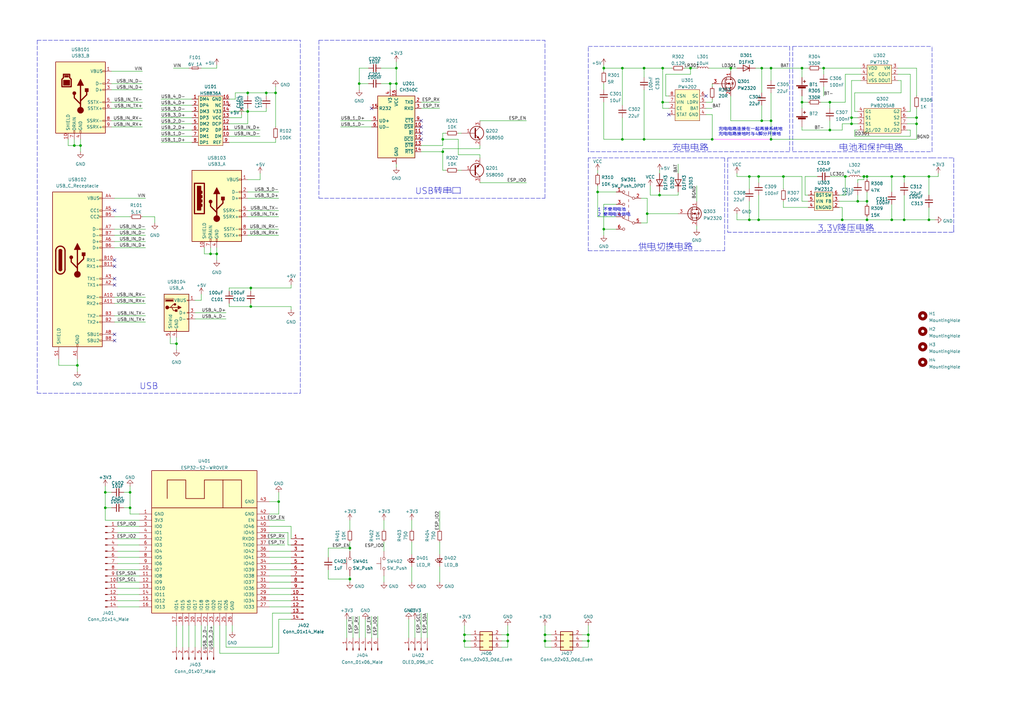
<source format=kicad_sch>
(kicad_sch (version 20211123) (generator eeschema)
  (paper "A3")
  (title_block (title "sbs2-board") (date "2021-12-29") (rev "v1.0") (company "u2sb"))
  (junction (at 247.65 27.94))
  (junction (at 271.78 41.91))
  (junction (at 241.3 260.35))
  (junction (at 349.25 48.26))
  (junction (at 312.42 49.53))
  (junction (at 53.34 208.28))
  (junction (at 340.36 53.34))
  (junction (at 381 72.39))
  (junction (at 190.5 260.35))
  (junction (at 147.32 34.29))
  (junction (at 102.87 118.11))
  (junction (at 337.82 27.94))
  (junction (at 365.76 72.39))
  (junction (at 162.56 34.29))
  (junction (at 102.87 125.73))
  (junction (at 264.16 57.15))
  (junction (at 101.6 45.72))
  (junction (at 321.31 72.39))
  (junction (at 365.76 90.17))
  (junction (at 30.48 59.69))
  (junction (at 351.79 82.55))
  (junction (at 283.21 27.94))
  (junction (at 311.15 90.17))
  (junction (at 86.36 104.14))
  (junction (at 160.02 34.29))
  (junction (at 316.23 49.53))
  (junction (at 88.9 104.14))
  (junction (at 349.25 50.8))
  (junction (at 33.02 59.69))
  (junction (at 208.28 262.89))
  (junction (at 328.93 27.94))
  (junction (at 346.71 72.39))
  (junction (at 43.18 208.28))
  (junction (at 316.23 57.15))
  (junction (at 223.52 262.89))
  (junction (at 245.11 78.74))
  (junction (at 381 90.17))
  (junction (at 328.93 41.91))
  (junction (at 190.5 262.89))
  (junction (at 354.33 72.39))
  (junction (at 375.92 48.26))
  (junction (at 312.42 27.94))
  (junction (at 101.6 38.1))
  (junction (at 355.6 82.55))
  (junction (at 264.16 27.94))
  (junction (at 143.51 237.49))
  (junction (at 375.92 50.8))
  (junction (at 43.18 201.93))
  (junction (at 340.36 41.91))
  (junction (at 72.39 140.97))
  (junction (at 311.15 72.39))
  (junction (at 53.34 201.93))
  (junction (at 181.61 57.15))
  (junction (at 31.75 149.86))
  (junction (at 316.23 27.94))
  (junction (at 355.6 72.39))
  (junction (at 292.1 57.15))
  (junction (at 247.65 93.98))
  (junction (at 270.51 80.01))
  (junction (at 299.72 27.94))
  (junction (at 181.61 62.23))
  (junction (at 355.6 90.17))
  (junction (at 109.22 38.1))
  (junction (at 345.44 90.17))
  (junction (at 370.84 90.17))
  (junction (at 255.27 57.15))
  (junction (at 162.56 27.94))
  (junction (at 370.84 72.39))
  (junction (at 114.3 205.74))
  (junction (at 241.3 262.89))
  (junction (at 307.34 90.17))
  (junction (at 113.03 38.1))
  (junction (at 265.43 87.63))
  (junction (at 143.51 224.79))
  (junction (at 307.34 72.39))
  (junction (at 255.27 27.94))
  (junction (at 271.78 27.94))
  (junction (at 223.52 260.35))
  (junction (at 208.28 260.35))
  (no_connect (at 274.32 46.99))
  (no_connect (at 172.72 49.53))
  (no_connect (at 172.72 52.07))
  (no_connect (at 46.99 86.36))
  (no_connect (at 152.4 44.45))
  (no_connect (at 289.56 39.37))
  (no_connect (at 46.99 137.16))
  (no_connect (at 46.99 139.7))
  (no_connect (at 46.99 116.84))
  (no_connect (at 46.99 106.68))
  (no_connect (at 46.99 114.3))
  (no_connect (at 46.99 109.22))
  (no_connect (at 172.72 57.15))
  (no_connect (at 172.72 54.61))
  (wire (pts (xy 351.79 53.34) (xy 350.52 53.34)))
  (wire (pts (xy 110.49 205.74) (xy 114.3 205.74)))
  (polyline (pts (xy 391.16 95.25) (xy 391.16 93.98)))
  (wire (pts (xy 196.85 49.53) (xy 215.9 49.53)))
  (polyline (pts (xy 123.19 161.29) (xy 123.19 16.51)))
  (wire (pts (xy 307.34 72.39) (xy 311.15 72.39)))
  (wire (pts (xy 43.18 208.28) (xy 45.72 208.28)))
  (polyline (pts (xy 130.81 16.51) (xy 223.52 16.51)))
  (wire (pts (xy 285.75 92.71) (xy 285.75 93.98)))
  (wire (pts (xy 346.71 72.39) (xy 346.71 80.01)))
  (wire (pts (xy 353.06 30.48) (xy 346.71 30.48)))
  (wire (pts (xy 93.98 48.26) (xy 99.06 48.26)))
  (wire (pts (xy 208.28 256.54) (xy 208.28 260.35)))
  (wire (pts (xy 102.87 118.11) (xy 102.87 119.38)))
  (wire (pts (xy 57.15 210.82) (xy 53.34 210.82)))
  (wire (pts (xy 46.99 129.54) (xy 59.69 129.54)))
  (wire (pts (xy 340.36 72.39) (xy 346.71 72.39)))
  (polyline (pts (xy 130.81 81.28) (xy 223.52 81.28)))
  (wire (pts (xy 384.81 72.39) (xy 381 72.39)))
  (wire (pts (xy 205.74 262.89) (xy 208.28 262.89)))
  (wire (pts (xy 96.52 38.1) (xy 96.52 40.64)))
  (wire (pts (xy 245.11 69.85) (xy 245.11 71.12)))
  (wire (pts (xy 309.88 27.94) (xy 312.42 27.94)))
  (wire (pts (xy 328.93 39.37) (xy 328.93 41.91)))
  (wire (pts (xy 109.22 44.45) (xy 109.22 45.72)))
  (wire (pts (xy 247.65 26.67) (xy 247.65 27.94)))
  (wire (pts (xy 271.78 27.94) (xy 275.59 27.94)))
  (wire (pts (xy 350.52 55.88) (xy 373.38 55.88)))
  (wire (pts (xy 208.28 265.43) (xy 205.74 265.43)))
  (wire (pts (xy 283.21 27.94) (xy 285.75 27.94)))
  (wire (pts (xy 262.89 81.28) (xy 265.43 81.28)))
  (wire (pts (xy 208.28 260.35) (xy 208.28 262.89)))
  (wire (pts (xy 223.52 260.35) (xy 223.52 262.89)))
  (wire (pts (xy 154.94 252.73) (xy 154.94 261.62)))
  (polyline (pts (xy 241.3 67.31) (xy 241.3 102.87)))
  (wire (pts (xy 143.51 222.25) (xy 143.51 224.79)))
  (wire (pts (xy 149.86 254) (xy 149.86 261.62)))
  (wire (pts (xy 87.63 256.54) (xy 87.63 265.43)))
  (wire (pts (xy 351.79 74.93) (xy 351.79 73.66)))
  (wire (pts (xy 86.36 104.14) (xy 88.9 104.14)))
  (wire (pts (xy 351.79 80.01) (xy 351.79 82.55)))
  (wire (pts (xy 45.72 41.91) (xy 58.42 41.91)))
  (wire (pts (xy 180.34 232.41) (xy 180.34 238.76)))
  (wire (pts (xy 270.51 69.85) (xy 270.51 71.12)))
  (wire (pts (xy 45.72 34.29) (xy 58.42 34.29)))
  (wire (pts (xy 328.93 52.07) (xy 328.93 53.34)))
  (wire (pts (xy 45.72 44.45) (xy 58.42 44.45)))
  (wire (pts (xy 245.11 76.2) (xy 245.11 78.74)))
  (wire (pts (xy 369.57 33.02) (xy 368.3 33.02)))
  (wire (pts (xy 241.3 256.54) (xy 241.3 260.35)))
  (wire (pts (xy 72.39 256.54) (xy 72.39 265.43)))
  (wire (pts (xy 265.43 91.44) (xy 265.43 87.63)))
  (wire (pts (xy 48.26 241.3) (xy 57.15 241.3)))
  (wire (pts (xy 147.32 34.29) (xy 147.32 36.83)))
  (wire (pts (xy 299.72 27.94) (xy 302.26 27.94)))
  (wire (pts (xy 353.06 33.02) (xy 349.25 33.02)))
  (wire (pts (xy 58.42 88.9) (xy 63.5 88.9)))
  (wire (pts (xy 45.72 36.83) (xy 58.42 36.83)))
  (wire (pts (xy 292.1 41.91) (xy 292.1 40.64)))
  (wire (pts (xy 223.52 265.43) (xy 226.06 265.43)))
  (wire (pts (xy 142.24 254) (xy 142.24 261.62)))
  (wire (pts (xy 92.71 256.54) (xy 92.71 265.43)))
  (wire (pts (xy 45.72 49.53) (xy 58.42 49.53)))
  (wire (pts (xy 196.85 64.77) (xy 196.85 63.5)))
  (wire (pts (xy 46.99 124.46) (xy 59.69 124.46)))
  (wire (pts (xy 46.99 88.9) (xy 53.34 88.9)))
  (wire (pts (xy 101.6 45.72) (xy 109.22 45.72)))
  (wire (pts (xy 110.49 231.14) (xy 119.38 231.14)))
  (wire (pts (xy 172.72 62.23) (xy 181.61 62.23)))
  (wire (pts (xy 172.72 41.91) (xy 180.34 41.91)))
  (polyline (pts (xy 15.24 16.51) (xy 15.24 161.29)))
  (wire (pts (xy 223.52 262.89) (xy 226.06 262.89)))
  (wire (pts (xy 355.6 90.17) (xy 365.76 90.17)))
  (wire (pts (xy 289.56 46.99) (xy 292.1 46.99)))
  (wire (pts (xy 168.91 222.25) (xy 168.91 227.33)))
  (wire (pts (xy 110.49 248.92) (xy 119.38 248.92)))
  (polyline (pts (xy 297.18 64.77) (xy 241.3 64.77)))
  (wire (pts (xy 167.64 254) (xy 167.64 261.62)))
  (wire (pts (xy 110.49 241.3) (xy 119.38 241.3)))
  (wire (pts (xy 101.6 38.1) (xy 101.6 39.37)))
  (wire (pts (xy 106.68 73.66) (xy 106.68 71.12)))
  (wire (pts (xy 266.7 76.2) (xy 266.7 80.01)))
  (wire (pts (xy 110.49 238.76) (xy 119.38 238.76)))
  (wire (pts (xy 255.27 27.94) (xy 264.16 27.94)))
  (wire (pts (xy 88.9 104.14) (xy 88.9 106.68)))
  (wire (pts (xy 350.52 38.1) (xy 369.57 38.1)))
  (wire (pts (xy 196.85 59.69) (xy 196.85 60.96)))
  (wire (pts (xy 175.26 251.46) (xy 175.26 261.62)))
  (wire (pts (xy 337.82 27.94) (xy 353.06 27.94)))
  (wire (pts (xy 147.32 252.73) (xy 147.32 261.62)))
  (wire (pts (xy 373.38 55.88) (xy 373.38 53.34)))
  (wire (pts (xy 340.36 49.53) (xy 340.36 53.34)))
  (wire (pts (xy 247.65 34.29) (xy 247.65 36.83)))
  (wire (pts (xy 101.6 78.74) (xy 114.3 78.74)))
  (wire (pts (xy 241.3 265.43) (xy 238.76 265.43)))
  (wire (pts (xy 181.61 57.15) (xy 181.61 59.69)))
  (polyline (pts (xy 323.85 19.05) (xy 323.85 62.23)))
  (wire (pts (xy 69.85 138.43) (xy 69.85 140.97)))
  (wire (pts (xy 157.48 236.22) (xy 157.48 238.76)))
  (wire (pts (xy 46.99 101.6) (xy 59.69 101.6)))
  (wire (pts (xy 381 72.39) (xy 381 80.01)))
  (wire (pts (xy 368.3 30.48) (xy 373.38 30.48)))
  (wire (pts (xy 82.55 256.54) (xy 82.55 265.43)))
  (wire (pts (xy 316.23 38.1) (xy 316.23 49.53)))
  (wire (pts (xy 349.25 48.26) (xy 351.79 48.26)))
  (wire (pts (xy 337.82 27.94) (xy 337.82 30.48)))
  (wire (pts (xy 143.51 224.79) (xy 143.51 226.06)))
  (wire (pts (xy 205.74 260.35) (xy 208.28 260.35)))
  (polyline (pts (xy 298.45 64.77) (xy 298.45 95.25)))
  (wire (pts (xy 355.6 72.39) (xy 355.6 73.66)))
  (wire (pts (xy 337.82 35.56) (xy 337.82 39.37)))
  (wire (pts (xy 134.62 233.68) (xy 134.62 237.49)))
  (wire (pts (xy 152.4 252.73) (xy 152.4 261.62)))
  (wire (pts (xy 274.32 39.37) (xy 273.05 39.37)))
  (wire (pts (xy 90.17 256.54) (xy 90.17 267.97)))
  (wire (pts (xy 72.39 138.43) (xy 72.39 140.97)))
  (polyline (pts (xy 382.27 64.77) (xy 391.16 64.77)))
  (wire (pts (xy 114.3 254) (xy 119.38 254)))
  (wire (pts (xy 172.72 59.69) (xy 181.61 59.69)))
  (wire (pts (xy 72.39 140.97) (xy 72.39 143.51)))
  (wire (pts (xy 162.56 25.4) (xy 162.56 27.94)))
  (wire (pts (xy 312.42 49.53) (xy 299.72 49.53)))
  (wire (pts (xy 43.18 201.93) (xy 45.72 201.93)))
  (wire (pts (xy 43.18 208.28) (xy 43.18 213.36)))
  (wire (pts (xy 375.92 50.8) (xy 375.92 57.15)))
  (wire (pts (xy 80.01 130.81) (xy 92.71 130.81)))
  (wire (pts (xy 316.23 49.53) (xy 316.23 57.15)))
  (wire (pts (xy 43.18 213.36) (xy 57.15 213.36)))
  (polyline (pts (xy 382.27 95.25) (xy 391.16 95.25)))
  (wire (pts (xy 247.65 93.98) (xy 247.65 83.82)))
  (wire (pts (xy 346.71 41.91) (xy 340.36 41.91)))
  (wire (pts (xy 160.02 34.29) (xy 162.56 34.29)))
  (wire (pts (xy 99.06 48.26) (xy 99.06 46.99)))
  (wire (pts (xy 370.84 74.93) (xy 370.84 72.39)))
  (wire (pts (xy 190.5 262.89) (xy 193.04 262.89)))
  (wire (pts (xy 365.76 90.17) (xy 370.84 90.17)))
  (wire (pts (xy 69.85 140.97) (xy 72.39 140.97)))
  (wire (pts (xy 151.13 27.94) (xy 147.32 27.94)))
  (wire (pts (xy 101.6 96.52) (xy 114.3 96.52)))
  (wire (pts (xy 331.47 82.55) (xy 328.93 82.55)))
  (wire (pts (xy 350.52 53.34) (xy 350.52 55.88)))
  (wire (pts (xy 278.13 67.31) (xy 278.13 71.12)))
  (wire (pts (xy 27.94 57.15) (xy 27.94 59.69)))
  (wire (pts (xy 247.65 27.94) (xy 255.27 27.94)))
  (wire (pts (xy 187.96 69.85) (xy 189.23 69.85)))
  (wire (pts (xy 316.23 27.94) (xy 328.93 27.94)))
  (wire (pts (xy 247.65 83.82) (xy 252.73 83.82)))
  (wire (pts (xy 85.09 256.54) (xy 85.09 265.43)))
  (wire (pts (xy 370.84 72.39) (xy 381 72.39)))
  (wire (pts (xy 152.4 49.53) (xy 139.7 49.53)))
  (wire (pts (xy 110.49 228.6) (xy 119.38 228.6)))
  (wire (pts (xy 373.38 30.48) (xy 373.38 45.72)))
  (wire (pts (xy 102.87 125.73) (xy 119.38 125.73)))
  (wire (pts (xy 373.38 53.34) (xy 372.11 53.34)))
  (wire (pts (xy 307.34 72.39) (xy 307.34 77.47)))
  (wire (pts (xy 351.79 45.72) (xy 350.52 45.72)))
  (wire (pts (xy 78.74 50.8) (xy 66.04 50.8)))
  (wire (pts (xy 50.8 201.93) (xy 53.34 201.93)))
  (wire (pts (xy 78.74 58.42) (xy 66.04 58.42)))
  (wire (pts (xy 53.34 201.93) (xy 53.34 199.39)))
  (wire (pts (xy 46.99 81.28) (xy 59.69 81.28)))
  (wire (pts (xy 48.26 248.92) (xy 57.15 248.92)))
  (wire (pts (xy 344.17 82.55) (xy 351.79 82.55)))
  (wire (pts (xy 30.48 59.69) (xy 33.02 59.69)))
  (wire (pts (xy 147.32 34.29) (xy 151.13 34.29)))
  (wire (pts (xy 110.49 246.38) (xy 119.38 246.38)))
  (wire (pts (xy 344.17 85.09) (xy 345.44 85.09)))
  (wire (pts (xy 262.89 91.44) (xy 265.43 91.44)))
  (wire (pts (xy 321.31 72.39) (xy 321.31 77.47)))
  (wire (pts (xy 110.49 210.82) (xy 114.3 210.82)))
  (wire (pts (xy 181.61 60.96) (xy 181.61 62.23)))
  (wire (pts (xy 48.26 220.98) (xy 57.15 220.98)))
  (wire (pts (xy 299.72 27.94) (xy 299.72 29.21)))
  (wire (pts (xy 45.72 52.07) (xy 58.42 52.07)))
  (wire (pts (xy 93.98 55.88) (xy 106.68 55.88)))
  (wire (pts (xy 143.51 236.22) (xy 143.51 237.49)))
  (wire (pts (xy 247.65 93.98) (xy 252.73 93.98)))
  (wire (pts (xy 53.34 208.28) (xy 53.34 201.93)))
  (wire (pts (xy 83.82 101.6) (xy 83.82 104.14)))
  (wire (pts (xy 265.43 87.63) (xy 278.13 87.63)))
  (polyline (pts (xy 15.24 161.29) (xy 123.19 161.29)))
  (wire (pts (xy 162.56 27.94) (xy 162.56 34.29)))
  (wire (pts (xy 93.98 124.46) (xy 93.98 125.73)))
  (wire (pts (xy 285.75 76.2) (xy 285.75 82.55)))
  (wire (pts (xy 321.31 72.39) (xy 328.93 72.39)))
  (wire (pts (xy 74.93 256.54) (xy 74.93 265.43)))
  (wire (pts (xy 78.74 53.34) (xy 66.04 53.34)))
  (wire (pts (xy 280.67 27.94) (xy 283.21 27.94)))
  (wire (pts (xy 101.6 38.1) (xy 109.22 38.1)))
  (wire (pts (xy 93.98 58.42) (xy 113.03 58.42)))
  (wire (pts (xy 255.27 48.26) (xy 255.27 57.15)))
  (wire (pts (xy 78.74 43.18) (xy 66.04 43.18)))
  (wire (pts (xy 316.23 57.15) (xy 375.92 57.15)))
  (wire (pts (xy 43.18 201.93) (xy 43.18 208.28)))
  (wire (pts (xy 78.74 55.88) (xy 66.04 55.88)))
  (wire (pts (xy 110.49 226.06) (xy 119.38 226.06)))
  (wire (pts (xy 273.05 30.48) (xy 283.21 30.48)))
  (wire (pts (xy 307.34 82.55) (xy 307.34 90.17)))
  (wire (pts (xy 196.85 63.5) (xy 187.96 63.5)))
  (wire (pts (xy 252.73 88.9) (xy 245.11 88.9)))
  (wire (pts (xy 82.55 123.19) (xy 82.55 120.65)))
  (wire (pts (xy 48.26 238.76) (xy 57.15 238.76)))
  (wire (pts (xy 316.23 27.94) (xy 316.23 33.02)))
  (wire (pts (xy 181.61 62.23) (xy 181.61 69.85)))
  (wire (pts (xy 31.75 149.86) (xy 31.75 152.4)))
  (wire (pts (xy 247.65 96.52) (xy 247.65 93.98)))
  (wire (pts (xy 92.71 265.43) (xy 111.76 265.43)))
  (wire (pts (xy 113.03 35.56) (xy 113.03 38.1)))
  (wire (pts (xy 48.26 231.14) (xy 57.15 231.14)))
  (wire (pts (xy 370.84 72.39) (xy 365.76 72.39)))
  (wire (pts (xy 48.26 226.06) (xy 57.15 226.06)))
  (polyline (pts (xy 297.18 102.87) (xy 297.18 64.77)))
  (polyline (pts (xy 325.12 19.05) (xy 325.12 62.23)))
  (wire (pts (xy 289.56 44.45) (xy 292.1 44.45)))
  (wire (pts (xy 328.93 53.34) (xy 340.36 53.34)))
  (wire (pts (xy 83.82 104.14) (xy 86.36 104.14)))
  (wire (pts (xy 349.25 48.26) (xy 349.25 50.8)))
  (wire (pts (xy 345.44 53.34) (xy 345.44 50.8)))
  (wire (pts (xy 144.78 252.73) (xy 144.78 261.62)))
  (polyline (pts (xy 391.16 64.77) (xy 391.16 95.25)))
  (wire (pts (xy 101.6 81.28) (xy 114.3 81.28)))
  (wire (pts (xy 113.03 58.42) (xy 113.03 57.15)))
  (wire (pts (xy 271.78 41.91) (xy 274.32 41.91)))
  (wire (pts (xy 302.26 72.39) (xy 307.34 72.39)))
  (wire (pts (xy 302.26 87.63) (xy 302.26 90.17)))
  (wire (pts (xy 312.42 27.94) (xy 312.42 38.1)))
  (wire (pts (xy 349.25 33.02) (xy 349.25 48.26)))
  (polyline (pts (xy 382.27 62.23) (xy 382.27 19.05)))
  (wire (pts (xy 208.28 262.89) (xy 208.28 265.43)))
  (wire (pts (xy 90.17 267.97) (xy 114.3 267.97)))
  (wire (pts (xy 168.91 232.41) (xy 168.91 238.76)))
  (wire (pts (xy 110.49 243.84) (xy 119.38 243.84)))
  (wire (pts (xy 33.02 59.69) (xy 33.02 62.23)))
  (wire (pts (xy 241.3 262.89) (xy 241.3 265.43)))
  (wire (pts (xy 340.36 41.91) (xy 340.36 44.45)))
  (wire (pts (xy 369.57 38.1) (xy 369.57 33.02)))
  (wire (pts (xy 264.16 27.94) (xy 271.78 27.94)))
  (wire (pts (xy 264.16 36.83) (xy 264.16 57.15)))
  (wire (pts (xy 48.26 236.22) (xy 57.15 236.22)))
  (wire (pts (xy 328.93 82.55) (xy 328.93 72.39)))
  (wire (pts (xy 353.06 72.39) (xy 354.33 72.39)))
  (wire (pts (xy 255.27 57.15) (xy 264.16 57.15)))
  (wire (pts (xy 245.11 88.9) (xy 245.11 78.74)))
  (wire (pts (xy 33.02 57.15) (xy 33.02 59.69)))
  (wire (pts (xy 345.44 90.17) (xy 355.6 90.17)))
  (wire (pts (xy 349.25 50.8) (xy 351.79 50.8)))
  (wire (pts (xy 336.55 41.91) (xy 340.36 41.91)))
  (wire (pts (xy 370.84 90.17) (xy 381 90.17)))
  (wire (pts (xy 88.9 101.6) (xy 88.9 104.14)))
  (wire (pts (xy 365.76 72.39) (xy 355.6 72.39)))
  (wire (pts (xy 109.22 38.1) (xy 109.22 39.37)))
  (wire (pts (xy 48.26 233.68) (xy 57.15 233.68)))
  (wire (pts (xy 78.74 40.64) (xy 66.04 40.64)))
  (wire (pts (xy 110.49 213.36) (xy 116.84 213.36)))
  (wire (pts (xy 110.49 218.44) (xy 118.11 218.44)))
  (wire (pts (xy 223.52 256.54) (xy 223.52 260.35)))
  (wire (pts (xy 156.21 34.29) (xy 160.02 34.29)))
  (wire (pts (xy 330.2 72.39) (xy 330.2 80.01)))
  (wire (pts (xy 271.78 44.45) (xy 271.78 41.91)))
  (wire (pts (xy 190.5 256.54) (xy 190.5 260.35)))
  (wire (pts (xy 119.38 125.73) (xy 119.38 127)))
  (wire (pts (xy 355.6 82.55) (xy 355.6 83.82)))
  (wire (pts (xy 336.55 27.94) (xy 337.82 27.94)))
  (wire (pts (xy 375.92 27.94) (xy 375.92 39.37)))
  (wire (pts (xy 156.21 27.94) (xy 162.56 27.94)))
  (wire (pts (xy 143.51 237.49) (xy 143.51 238.76)))
  (polyline (pts (xy 382.27 95.25) (xy 298.45 95.25)))
  (polyline (pts (xy 223.52 81.28) (xy 223.52 16.51)))
  (wire (pts (xy 312.42 27.94) (xy 316.23 27.94)))
  (wire (pts (xy 101.6 93.98) (xy 114.3 93.98)))
  (wire (pts (xy 143.51 213.36) (xy 143.51 217.17)))
  (wire (pts (xy 143.51 224.79) (xy 134.62 224.79)))
  (wire (pts (xy 114.3 210.82) (xy 114.3 205.74)))
  (polyline (pts (xy 325.12 62.23) (xy 382.27 62.23)))
  (wire (pts (xy 30.48 57.15) (xy 30.48 59.69)))
  (wire (pts (xy 311.15 72.39) (xy 311.15 74.93)))
  (wire (pts (xy 241.3 260.35) (xy 241.3 262.89)))
  (wire (pts (xy 102.87 124.46) (xy 102.87 125.73)))
  (wire (pts (xy 265.43 81.28) (xy 265.43 87.63)))
  (polyline (pts (xy 323.85 62.23) (xy 241.3 62.23)))
  (wire (pts (xy 162.56 67.31) (xy 162.56 68.58)))
  (wire (pts (xy 328.93 41.91) (xy 328.93 44.45)))
  (wire (pts (xy 187.96 63.5) (xy 187.96 57.15)))
  (wire (pts (xy 238.76 260.35) (xy 241.3 260.35)))
  (wire (pts (xy 172.72 44.45) (xy 180.34 44.45)))
  (wire (pts (xy 311.15 90.17) (xy 345.44 90.17)))
  (wire (pts (xy 93.98 125.73) (xy 102.87 125.73)))
  (wire (pts (xy 46.99 99.06) (xy 59.69 99.06)))
  (wire (pts (xy 114.3 254) (xy 114.3 267.97)))
  (wire (pts (xy 48.26 218.44) (xy 57.15 218.44)))
  (wire (pts (xy 172.72 251.46) (xy 172.72 261.62)))
  (wire (pts (xy 311.15 80.01) (xy 311.15 90.17)))
  (wire (pts (xy 101.6 86.36) (xy 114.3 86.36)))
  (wire (pts (xy 370.84 80.01) (xy 370.84 90.17)))
  (wire (pts (xy 113.03 38.1) (xy 113.03 52.07)))
  (wire (pts (xy 110.49 215.9) (xy 119.38 215.9)))
  (wire (pts (xy 328.93 27.94) (xy 331.47 27.94)))
  (wire (pts (xy 48.26 228.6) (xy 57.15 228.6)))
  (wire (pts (xy 351.79 73.66) (xy 354.33 73.66)))
  (polyline (pts (xy 241.3 19.05) (xy 323.85 19.05)))
  (wire (pts (xy 264.16 57.15) (xy 292.1 57.15)))
  (wire (pts (xy 344.17 80.01) (xy 346.71 80.01)))
  (wire (pts (xy 345.44 50.8) (xy 349.25 50.8)))
  (wire (pts (xy 273.05 30.48) (xy 273.05 39.37)))
  (wire (pts (xy 27.94 59.69) (xy 30.48 59.69)))
  (wire (pts (xy 48.26 243.84) (xy 57.15 243.84)))
  (wire (pts (xy 77.47 256.54) (xy 77.47 265.43)))
  (wire (pts (xy 375.92 48.26) (xy 375.92 50.8)))
  (wire (pts (xy 95.25 256.54) (xy 95.25 259.08)))
  (wire (pts (xy 110.49 233.68) (xy 119.38 233.68)))
  (wire (pts (xy 190.5 260.35) (xy 193.04 260.35)))
  (wire (pts (xy 190.5 265.43) (xy 193.04 265.43)))
  (wire (pts (xy 381 90.17) (xy 381 85.09)))
  (wire (pts (xy 24.13 147.32) (xy 24.13 149.86)))
  (wire (pts (xy 289.56 41.91) (xy 292.1 41.91)))
  (wire (pts (xy 45.72 29.21) (xy 58.42 29.21)))
  (wire (pts (xy 330.2 80.01) (xy 331.47 80.01)))
  (wire (pts (xy 255.27 27.94) (xy 255.27 43.18)))
  (polyline (pts (xy 241.3 62.23) (xy 241.3 19.05)))
  (wire (pts (xy 78.74 48.26) (xy 66.04 48.26)))
  (wire (pts (xy 381 90.17) (xy 383.54 90.17)))
  (wire (pts (xy 101.6 44.45) (xy 101.6 45.72)))
  (wire (pts (xy 365.76 72.39) (xy 365.76 78.74)))
  (wire (pts (xy 111.76 251.46) (xy 111.76 265.43)))
  (wire (pts (xy 110.49 236.22) (xy 119.38 236.22)))
  (wire (pts (xy 50.8 208.28) (xy 53.34 208.28)))
  (wire (pts (xy 292.1 57.15) (xy 316.23 57.15)) (stroke (width 0) (color 255 44 253 1)))
  (wire (pts (xy 101.6 88.9) (xy 114.3 88.9)))
  (wire (pts (xy 196.85 60.96) (xy 181.61 60.96)))
  (wire (pts (xy 82.55 27.94) (xy 88.9 27.94)))
  (wire (pts (xy 134.62 237.49) (xy 143.51 237.49)))
  (wire (pts (xy 373.38 45.72) (xy 372.11 45.72)))
  (wire (pts (xy 330.2 72.39) (xy 335.28 72.39)))
  (wire (pts (xy 274.32 44.45) (xy 271.78 44.45)))
  (wire (pts (xy 93.98 118.11) (xy 93.98 119.38)))
  (wire (pts (xy 190.5 262.89) (xy 190.5 265.43)))
  (wire (pts (xy 365.76 83.82) (xy 365.76 90.17)))
  (wire (pts (xy 181.61 57.15) (xy 181.61 54.61)))
  (wire (pts (xy 368.3 27.94) (xy 375.92 27.94)))
  (wire (pts (xy 266.7 80.01) (xy 270.51 80.01)))
  (wire (pts (xy 147.32 27.94) (xy 147.32 34.29)))
  (wire (pts (xy 346.71 72.39) (xy 347.98 72.39)))
  (wire (pts (xy 247.65 41.91) (xy 247.65 57.15)))
  (wire (pts (xy 375.92 50.8) (xy 372.11 50.8)))
  (wire (pts (xy 345.44 85.09) (xy 345.44 90.17)))
  (wire (pts (xy 181.61 54.61) (xy 182.88 54.61)))
  (wire (pts (xy 101.6 73.66) (xy 106.68 73.66)))
  (wire (pts (xy 118.11 223.52) (xy 119.38 223.52)))
  (polyline (pts (xy 325.12 19.05) (xy 382.27 19.05)))
  (wire (pts (xy 162.56 34.29) (xy 162.56 36.83)))
  (wire (pts (xy 114.3 205.74) (xy 114.3 201.93)))
  (wire (pts (xy 302.26 90.17) (xy 307.34 90.17)))
  (wire (pts (xy 181.61 69.85) (xy 182.88 69.85)))
  (wire (pts (xy 78.74 45.72) (xy 66.04 45.72)))
  (wire (pts (xy 264.16 27.94) (xy 264.16 31.75)))
  (wire (pts (xy 93.98 118.11) (xy 102.87 118.11)))
  (wire (pts (xy 63.5 88.9) (xy 63.5 91.44)))
  (wire (pts (xy 113.03 38.1) (xy 109.22 38.1)))
  (wire (pts (xy 160.02 34.29) (xy 160.02 36.83)))
  (polyline (pts (xy 241.3 64.77) (xy 241.3 67.31)))
  (wire (pts (xy 346.71 30.48) (xy 346.71 41.91)))
  (wire (pts (xy 48.26 246.38) (xy 57.15 246.38)))
  (polyline (pts (xy 15.24 16.51) (xy 123.19 16.51)))
  (wire (pts (xy 372.11 48.26) (xy 375.92 48.26)))
  (wire (pts (xy 351.79 82.55) (xy 355.6 82.55)))
  (wire (pts (xy 316.23 49.53) (xy 312.42 49.53)))
  (wire (pts (xy 350.52 45.72) (xy 350.52 38.1)))
  (wire (pts (xy 340.36 53.34) (xy 345.44 53.34)))
  (wire (pts (xy 292.1 46.99) (xy 292.1 57.15)))
  (wire (pts (xy 355.6 88.9) (xy 355.6 90.17)))
  (wire (pts (xy 180.34 209.55) (xy 180.34 217.17)))
  (wire (pts (xy 168.91 213.36) (xy 168.91 217.17)))
  (wire (pts (xy 46.99 93.98) (xy 59.69 93.98)))
  (wire (pts (xy 80.01 128.27) (xy 92.71 128.27)))
  (wire (pts (xy 46.99 132.08) (xy 59.69 132.08)))
  (wire (pts (xy 307.34 90.17) (xy 311.15 90.17)))
  (wire (pts (xy 355.6 78.74) (xy 355.6 82.55)))
  (wire (pts (xy 46.99 96.52) (xy 59.69 96.52)))
  (wire (pts (xy 187.96 57.15) (xy 181.61 57.15)))
  (wire (pts (xy 299.72 39.37) (xy 299.72 49.53)))
  (wire (pts (xy 271.78 27.94) (xy 271.78 41.91)))
  (wire (pts (xy 278.13 78.74) (xy 278.13 80.01)))
  (wire (pts (xy 290.83 27.94) (xy 299.72 27.94)))
  (wire (pts (xy 328.93 41.91) (xy 331.47 41.91)))
  (wire (pts (xy 80.01 256.54) (xy 80.01 265.43)))
  (wire (pts (xy 53.34 210.82) (xy 53.34 208.28)))
  (wire (pts (xy 321.31 85.09) (xy 331.47 85.09)))
  (wire (pts (xy 31.75 147.32) (xy 31.75 149.86)))
  (wire (pts (xy 238.76 262.89) (xy 241.3 262.89)))
  (wire (pts (xy 93.98 50.8) (xy 101.6 50.8)))
  (wire (pts (xy 71.12 27.94) (xy 77.47 27.94)))
  (wire (pts (xy 93.98 53.34) (xy 106.68 53.34)))
  (wire (pts (xy 152.4 52.07) (xy 139.7 52.07)))
  (wire (pts (xy 118.11 218.44) (xy 118.11 223.52)))
  (wire (pts (xy 110.49 220.98) (xy 116.84 220.98)))
  (wire (pts (xy 354.33 73.66) (xy 354.33 72.39)))
  (wire (pts (xy 134.62 224.79) (xy 134.62 228.6)))
  (polyline (pts (xy 241.3 102.87) (xy 297.18 102.87)))
  (wire (pts (xy 354.33 72.39) (xy 355.6 72.39)))
  (wire (pts (xy 102.87 118.11) (xy 119.38 118.11)))
  (wire (pts (xy 223.52 260.35) (xy 226.06 260.35)))
  (wire (pts (xy 157.48 213.36) (xy 157.48 217.17)))
  (wire (pts (xy 48.26 223.52) (xy 57.15 223.52)))
  (wire (pts (xy 86.36 101.6) (xy 86.36 104.14)))
  (wire (pts (xy 190.5 260.35) (xy 190.5 262.89)))
  (wire (pts (xy 270.51 78.74) (xy 270.51 80.01)))
  (wire (pts (xy 93.98 45.72) (xy 101.6 45.72)))
  (wire (pts (xy 88.9 27.94) (xy 88.9 26.67)))
  (polyline (pts (xy 298.45 64.77) (xy 382.27 64.77)))
  (wire (pts (xy 119.38 116.84) (xy 119.38 118.11)))
  (polyline (pts (xy 130.81 16.51) (xy 130.81 81.28)))
  (wire (pts (xy 223.52 262.89) (xy 223.52 265.43)))
  (wire (pts (xy 247.65 57.15) (xy 255.27 57.15)))
  (wire (pts (xy 80.01 123.19) (xy 82.55 123.19)))
  (wire (pts (xy 157.48 222.25) (xy 157.48 226.06)))
  (wire (pts (xy 270.51 80.01) (xy 278.13 80.01)))
  (wire (pts (xy 110.49 223.52) (xy 116.84 223.52)))
  (wire (pts (xy 43.18 199.39) (xy 43.18 201.93)))
  (wire (pts (xy 111.76 251.46) (xy 119.38 251.46)))
  (wire (pts (xy 311.15 72.39) (xy 321.31 72.39)))
  (wire (pts (xy 101.6 45.72) (xy 101.6 50.8)))
  (wire (pts (xy 292.1 34.29) (xy 292.1 35.56)))
  (wire (pts (xy 247.65 27.94) (xy 247.65 29.21)))
  (wire (pts (xy 245.11 78.74) (xy 252.73 78.74)))
  (wire (pts (xy 24.13 149.86) (xy 31.75 149.86)))
  (wire (pts (xy 187.96 54.61) (xy 189.23 54.61)))
  (wire (pts (xy 283.21 27.94) (xy 283.21 30.48)))
  (wire (pts (xy 96.52 38.1) (xy 101.6 38.1)))
  (wire (pts (xy 321.31 85.09) (xy 321.31 82.55)))
  (wire (pts (xy 119.38 215.9) (xy 119.38 220.98)))
  (wire (pts (xy 170.18 254) (xy 170.18 261.62)))
  (wire (pts (xy 312.42 43.18) (xy 312.42 49.53)))
  (wire (pts (xy 302.26 71.12) (xy 302.26 72.39)))
  (wire (pts (xy 196.85 74.93) (xy 215.9 74.93)))
  (wire (pts (xy 48.26 215.9) (xy 57.15 215.9)))
  (wire (pts (xy 375.92 44.45) (xy 375.92 48.26)))
  (wire (pts (xy 46.99 121.92) (xy 59.69 121.92)))
  (wire (pts (xy 328.93 27.94) (xy 328.93 31.75)))
  (wire (pts (xy 180.34 222.25) (xy 180.34 227.33)))
  (wire (pts (xy 384.81 71.12) (xy 384.81 72.39)))
  (wire (pts (xy 96.52 40.64) (xy 93.98 40.64)))
  (text "1 不使用电池\n2 使用电池供电" (at 245.11 88.9 0) (effects (font (size 1.27 1.27)) (justify left bottom)))
  (text "充电电路连接在一起再接系统地\n充电电路接地时与4脚分开接地" (at 294.64 55.88 0) (effects (font (size 1.27 1.27)) (justify left bottom)))
  (text "USB转串口" (at 170.18 80.01 0) (effects (font (size 2.54 2.54)) (justify left bottom)))
  (text "供电切换电路" (at 261.62 102.87 0) (effects (font (size 2.54 2.54)) (justify left bottom)))
  (text "电池和保护电路\n" (at 344.17 62.23 0) (effects (font (size 2.54 2.54)) (justify left bottom)))
  (text "USB" (at 57.15 160.02 0) (effects (font (size 2.54 2.54)) (justify left bottom)))
  (text "3.3V降压电路\n" (at 335.28 95.25 0) (effects (font (size 2.54 2.54)) (justify left bottom)))
  (text "充电电路" (at 275.59 62.23 0) (effects (font (size 2.54 2.54)) (justify left bottom)))
  (label "USB_IN_TX+" (at 59.69 132.08 180))
  (label "BGND" (at 285.75 76.2 270))
  (label "USB_IN_D+" (at 106.68 53.34 180))
  (label "BAT" (at 320.04 27.94 0))
  (label "ESP_SDA" (at 175.26 251.46 270))
  (label "USB_4_D+" (at 66.04 43.18 0))
  (label "USB_1_D-" (at 66.04 55.88 0))
  (label "ESP_EN" (at 152.4 252.73 270))
  (label "USB_3_D+" (at 66.04 48.26 0))
  (label "USB_4_D-" (at 92.71 130.81 180))
  (label "USB_IN_TX+" (at 58.42 44.45 180))
  (label "USB_2_D-" (at 85.09 256.54 270))
  (label "USB_IN_TX-" (at 114.3 86.36 180))
  (label "ESP_RX" (at 147.32 252.73 270))
  (label "ESP_EN" (at 215.9 49.53 180))
  (label "LC301" (at 340.36 72.39 0))
  (label "DD301" (at 350.52 55.88 0))
  (label "ESP_TX" (at 144.78 252.73 270))
  (label "ESP_IO0" (at 157.48 224.79 180))
  (label "USB_IN_RX-" (at 58.42 49.53 180))
  (label "BT-" (at 337.82 39.37 0))
  (label "USB_IN_D-" (at 58.42 34.29 180))
  (label "USB_3_D-" (at 66.04 45.72 0))
  (label "USB_IN_TX+" (at 114.3 88.9 180))
  (label "BAT" (at 292.1 44.45 0))
  (label "USB_IN_RX+" (at 58.42 52.07 180))
  (label "USB_IN_D+" (at 58.42 36.83 180))
  (label "BAT" (at 278.13 67.31 270))
  (label "ESP_SDA" (at 55.88 236.22 180))
  (label "USB_IN_RX+" (at 114.3 96.52 180))
  (label "ESP_IO0" (at 154.94 252.73 270))
  (label "LR301" (at 280.67 27.94 0))
  (label "ESP_EN" (at 143.51 224.79 180))
  (label "BT-" (at 334.01 53.34 0))
  (label "USB_IN_D+" (at 59.69 101.6 180))
  (label "USB_IN_RX-" (at 59.69 121.92 180))
  (label "USB_IN_D-" (at 59.69 96.52 180))
  (label "USB_2_D+" (at 87.63 256.54 270))
  (label "USB_4_D+" (at 92.71 128.27 180))
  (label "ESP_IO0" (at 215.9 74.93 180))
  (label "ESP_RX" (at 116.84 220.98 180))
  (label "ESP_IO0" (at 55.88 215.9 180))
  (label "ESP_IO2" (at 180.34 209.55 270))
  (label "USB_IN_D-" (at 106.68 55.88 180))
  (label "USB_IN_RX-" (at 114.3 93.98 180))
  (label "ESP_TX" (at 180.34 44.45 180))
  (label "USB_1_D+" (at 66.04 58.42 0))
  (label "USB_IN_TX-" (at 59.69 129.54 180))
  (label "USB_2_D+" (at 66.04 53.34 0))
  (label "USB_1_D-" (at 139.7 52.07 0))
  (label "USB_IN_D-" (at 59.69 93.98 180))
  (label "ESP_RX" (at 180.34 41.91 180))
  (label "USB_IN_TX-" (at 58.42 41.91 180))
  (label "VIN" (at 58.42 29.21 180))
  (label "USB_IN_RX+" (at 59.69 124.46 180))
  (label "VIN" (at 71.12 27.94 0))
  (label "BGND" (at 375.92 57.15 0))
  (label "USB_3_D+" (at 114.3 81.28 180))
  (label "ESP_SCL" (at 172.72 251.46 270))
  (label "USB_1_D+" (at 139.7 49.53 0))
  (label "USB_3_D-" (at 114.3 78.74 180))
  (label "VIN" (at 59.69 81.28 180))
  (label "USB_2_D-" (at 66.04 50.8 0))
  (label "LD301" (at 295.91 27.94 0))
  (label "ESP_IO2" (at 55.88 220.98 180))
  (label "ESP_TX" (at 116.84 223.52 180))
  (label "USB_4_D-" (at 66.04 40.64 0))
  (label "ESP_SCL" (at 55.88 238.76 180))
  (label "USB_IN_D+" (at 59.69 99.06 180))
  (label "ESP_EN" (at 116.84 213.36 180))
  (symbol (lib_id "Connector:Conn_01x14_Male") (at 124.46 236.22 0) (mirror y) (unit 1)
    (property "Reference" "J402" (at 124.46 256.54 0))
    (property "Value" "Conn_01x14_Male" (at 124.46 259.08 0))
    (property "Footprint" "Connector_PinHeader_2.54mm:PinHeader_1x14_P2.54mm_Vertical" (effects hide))
  )
  (symbol (lib_id "power:GND") (at 88.9 106.68 0) (unit 1)
    (property "Reference" "#PWR0104" (effects hide))
    (property "Value" "GND" (at 88.9 111.76 0))
  )
  (symbol (lib_id "Device:R_Small") (at 157.48 219.71 0) (unit 1)
    (property "Reference" "R402" (at 152.4 219.71 90))
    (property "Value" "10K" (at 154.94 219.71 90))
    (property "Footprint" "Resistor_SMD:R_0805_2012Metric" (effects hide))
  )
  (symbol (lib_id "Device:Battery_Cell") (at 328.93 36.83 0) (unit 1)
    (property "Reference" "BT1" (at 331.851 34.6515 0) (effects (justify left)))
    (property "Value" " " (at 331.851 37.4266 0) (effects (justify left)))
    (property "Footprint" "sb-board:BT-503450" (effects hide))
  )
  (symbol (lib_id "sb-board:PW4202") (at 281.94 43.18 0) (unit 1)
    (property "Reference" "U301" (at 281.94 32.9143 0))
    (property "Value" "PW4202" (at 281.94 35.6894 0))
    (property "Footprint" "Package_SO:SOIC-8_3.9x4.9mm_P1.27mm" (effects hide))
    (property "Datasheet" "https://www.pwchip.com/product/PW4202-321.html" (effects hide))
  )
  (symbol (lib_id "power:GND") (at 72.39 143.51 0) (unit 1)
    (property "Reference" "#PWR0105" (effects hide))
    (property "Value" "GND" (at 72.39 148.59 0))
  )
  (symbol (lib_id "Device:Q_NPN_BEC") (at 194.31 54.61 0) (unit 1)
    (property "Reference" "Q202" (at 199.1614 53.7015 0) (effects (justify left)))
    (property "Value" "SS8050" (at 199.1614 56.4766 0) (effects (justify left)))
    (property "Footprint" "Package_TO_SOT_SMD:SOT-23" (effects hide))
  )
  (symbol (lib_id "power:+3V3") (at 143.51 213.36 0) (unit 1)
    (property "Reference" "#PWR0133" (effects hide))
    (property "Value" "+3V3" (at 143.51 209.7555 0))
  )
  (symbol (lib_id "power:GND") (at 53.34 199.39 0) (mirror x) (unit 1)
    (property "Reference" "#PWR0125" (effects hide))
    (property "Value" "GND" (at 53.34 195.7855 0))
  )
  (symbol (lib_id "Mechanical:MountingHole") (at 378.46 148.59 0) (unit 1)
    (property "Reference" "H4" (at 381 147.6815 0) (effects (justify left)))
    (property "Value" "MountingHole" (at 381 150.4566 0) (effects (justify left)))
    (property "Footprint" "MountingHole:MountingHole_3.2mm_M3_ISO14580" (effects hide))
  )
  (symbol (lib_id "Device:C_Small") (at 381 82.55 0) (unit 1)
    (property "Reference" "C313" (at 378.6759 83.4585 0) (effects (justify right)))
    (property "Value" "100uF" (at 378.6759 80.6834 0) (effects (justify right)))
    (property "Footprint" "Capacitor_SMD:CP_Elec_6.3x5.4" (effects hide))
  )
  (symbol (lib_id "Device:C_Small") (at 101.6 41.91 180) (unit 1)
    (property "Reference" "C104" (at 97.79 41.91 90))
    (property "Value" "100nF" (at 99.06 41.91 90))
    (property "Footprint" "Capacitor_SMD:C_0805_2012Metric" (effects hide))
  )
  (symbol (lib_id "Device:D") (at 278.13 74.93 270) (mirror x) (unit 1)
    (property "Reference" "D303" (at 283.3665 74.93 0))
    (property "Value" "D1FH3" (at 280.5914 74.93 0))
    (property "Footprint" "Diode_SMD:D_SMA" (effects hide))
  )
  (symbol (lib_id "Device:Q_NPN_BEC") (at 194.31 69.85 0) (mirror x) (unit 1)
    (property "Reference" "Q201" (at 199.1614 68.9415 0) (effects (justify left)))
    (property "Value" "SS8050" (at 199.1614 71.7166 0) (effects (justify left)))
    (property "Footprint" "Package_TO_SOT_SMD:SOT-23" (effects hide))
  )
  (symbol (lib_id "sb-board:PW7152") (at 360.68 30.48 0) (unit 1)
    (property "Reference" "U302" (at 360.68 22.7543 0))
    (property "Value" "PW7152" (at 360.68 25.5294 0))
    (property "Footprint" "Package_TO_SOT_SMD:SOT-23-6" (effects hide))
    (property "Datasheet" "https://www.pwchip.com/product/PW7152-319.html" (effects hide))
  )
  (symbol (lib_id "power:GND") (at 147.32 36.83 0) (unit 1)
    (property "Reference" "#PWR0111" (effects hide))
    (property "Value" "GND" (at 147.32 41.3924 0))
  )
  (symbol (lib_id "Connector_Generic:Conn_02x03_Odd_Even") (at 198.12 262.89 0) (unit 1)
    (property "Reference" "J406" (at 199.39 267.97 0))
    (property "Value" "Conn_02x03_Odd_Even" (at 199.39 270.51 0))
    (property "Footprint" "Connector_PinHeader_2.54mm:PinHeader_2x03_P2.54mm_Vertical" (effects hide))
  )
  (symbol (lib_id "Device:R_Small") (at 168.91 219.71 0) (unit 1)
    (property "Reference" "R403" (at 163.83 219.71 90))
    (property "Value" "750" (at 166.37 219.71 90))
    (property "Footprint" "Resistor_SMD:R_0805_2012Metric" (effects hide))
  )
  (symbol (lib_id "Switch:SW_Push") (at 157.48 231.14 90) (unit 1)
    (property "Reference" "SW402" (at 158.623 230.2315 90) (effects (justify right)))
    (property "Value" "SW_Push" (at 158.623 233.0066 90) (effects (justify right)))
    (property "Footprint" "Button_Switch_SMD:SW_SPST_CK_RS282G05A3" (effects hide))
  )
  (symbol (lib_id "Device:C_Small") (at 264.16 34.29 0) (unit 1)
    (property "Reference" "C303" (at 269.6886 34.29 90))
    (property "Value" "100nF" (at 266.9135 34.29 90))
    (property "Footprint" "Capacitor_SMD:C_0805_2012Metric" (effects hide))
  )
  (symbol (lib_id "Device:C_Small") (at 109.22 41.91 180) (unit 1)
    (property "Reference" "C105" (at 105.41 41.91 90))
    (property "Value" "10uF" (at 106.68 41.91 90))
    (property "Footprint" "Capacitor_SMD:C_0805_2012Metric" (effects hide))
  )
  (symbol (lib_id "Device:L_Small") (at 288.29 27.94 90) (unit 1)
    (property "Reference" "L301" (at 290.703 23.2215 90) (effects (justify left)))
    (property "Value" "10uH" (at 290.703 25.9966 90) (effects (justify left)))
    (property "Footprint" "Inductor_SMD:L_Abracon_ASPI-0630LR" (effects hide))
  )
  (symbol (lib_id "power:GND") (at 95.25 259.08 0) (unit 1)
    (property "Reference" "#PWR0126" (effects hide))
    (property "Value" "GND" (at 95.25 263.6425 0))
  )
  (symbol (lib_id "Connector:Conn_01x07_Male") (at 80.01 270.51 90) (unit 1)
    (property "Reference" "J403" (at 80.01 272.6087 90))
    (property "Value" "Conn_01x07_Male" (at 80.01 275.3838 90))
    (property "Footprint" "Connector_PinHeader_2.54mm:PinHeader_1x07_P2.54mm_Vertical" (effects hide))
  )
  (symbol (lib_id "Interface_USB:CH340C") (at 162.56 52.07 0) (unit 1)
    (property "Reference" "U201" (at 167.64 34.29 0))
    (property "Value" "CH340C" (at 167.64 36.83 0))
    (property "Footprint" "Package_SO:SOIC-16_3.9x9.9mm_P1.27mm" (effects hide))
    (property "Datasheet" "https://datasheet.lcsc.com/szlcsc/Jiangsu-Qin-Heng-CH340C_C84681.pdf" (effects hide))
  )
  (symbol (lib_id "Device:R_Small") (at 375.92 41.91 0) (unit 1)
    (property "Reference" "R306" (at 377.4186 41.0015 0) (effects (justify left)))
    (property "Value" "1K" (at 377.4186 43.7766 0) (effects (justify left)))
    (property "Footprint" "Resistor_SMD:R_0805_2012Metric" (effects hide))
  )
  (symbol (lib_id "power:+3V3") (at 162.56 25.4 0) (unit 1)
    (property "Reference" "#PWR0112" (effects hide))
    (property "Value" "+3V3" (at 162.56 21.7955 0))
  )
  (symbol (lib_id "power:+3V3") (at 190.5 256.54 0) (unit 1)
    (property "Reference" "#PWR0138" (effects hide))
    (property "Value" "+3V3" (at 190.5 252.9355 0))
  )
  (symbol (lib_id "Device:C_Small") (at 93.98 121.92 0) (unit 1)
    (property "Reference" "C101" (at 91.6559 122.8285 0) (effects (justify right)))
    (property "Value" "100uF" (at 91.6559 120.0534 0) (effects (justify right)))
    (property "Footprint" "Capacitor_SMD:CP_Elec_6.3x5.4" (effects hide))
  )
  (symbol (lib_id "power:GND") (at 285.75 93.98 0) (unit 1)
    (property "Reference" "#PWR0121" (effects hide))
    (property "Value" "GND" (at 285.75 98.5424 0))
  )
  (symbol (lib_id "power:+3V3") (at 157.48 213.36 0) (unit 1)
    (property "Reference" "#PWR0132" (effects hide))
    (property "Value" "+3V3" (at 157.48 209.7555 0))
  )
  (symbol (lib_id "Device:R_Small") (at 334.01 27.94 270) (unit 1)
    (property "Reference" "R304" (at 334.01 23.2369 90))
    (property "Value" "330R" (at 334.01 26.012 90))
    (property "Footprint" "Resistor_SMD:R_0805_2012Metric" (effects hide))
  )
  (symbol (lib_id "power:GND") (at 33.02 62.23 0) (unit 1)
    (property "Reference" "#PWR0107" (effects hide))
    (property "Value" "GND" (at 33.02 67.31 0))
  )
  (symbol (lib_id "sb-board:ESP32-S2-WROVER") (at 83.82 227.33 0) (unit 1)
    (property "Reference" "U401" (at 83.82 189.0735 0))
    (property "Value" "ESP32-S2-WROVER" (at 83.82 191.8486 0))
    (property "Footprint" "sb-board:ESP32-S2-WROVER-I" (effects hide))
    (property "Datasheet" "https://www.espressif.com/sites/default/files/documentation/esp32-s2-wroom_esp32-s2-wroom-i_datasheet_en.pdf" (effects hide))
  )
  (symbol (lib_id "Switch:SW_Push_DPDT") (at 257.81 86.36 0) (mirror y) (unit 1)
    (property "Reference" "SW301" (at 257.81 73.66 0))
    (property "Value" "SW_Push_DPDT" (at 257.81 76.2 0))
    (property "Footprint" "Button_Switch_THT:SW_E-Switch_EG1271_DPDT" (effects hide))
  )
  (symbol (lib_id "Device:C_Small") (at 134.62 231.14 180) (unit 1)
    (property "Reference" "C403" (at 136.9441 230.2251 0) (effects (justify right)))
    (property "Value" "1uF" (at 136.9441 233.0002 0) (effects (justify right)))
    (property "Footprint" "Capacitor_SMD:C_0805_2012Metric" (effects hide))
  )
  (symbol (lib_id "Device:R_Small") (at 334.01 41.91 270) (unit 1)
    (property "Reference" "R305" (at 334.01 37.2069 90))
    (property "Value" "330R" (at 334.01 39.982 90))
    (property "Footprint" "Resistor_SMD:R_0805_2012Metric" (effects hide))
  )
  (symbol (lib_id "Device:C_Small") (at 247.65 39.37 180) (unit 1)
    (property "Reference" "C301" (at 249.9741 38.4551 0) (effects (justify right)))
    (property "Value" "10uF" (at 249.9741 41.2302 0) (effects (justify right)))
    (property "Footprint" "Capacitor_SMD:C_0805_2012Metric" (effects hide))
  )
  (symbol (lib_id "power:+5V") (at 106.68 71.12 0) (unit 1)
    (property "Reference" "#PWR0101" (effects hide))
    (property "Value" "+5V" (at 106.68 67.5155 0))
  )
  (symbol (lib_id "Device:R_Small") (at 180.34 219.71 0) (unit 1)
    (property "Reference" "R404" (at 175.26 219.71 90))
    (property "Value" "750" (at 177.8 219.71 90))
    (property "Footprint" "Resistor_SMD:R_0805_2012Metric" (effects hide))
  )
  (symbol (lib_id "power:GND") (at 114.3 201.93 180) (unit 1)
    (property "Reference" "#PWR0123" (effects hide))
    (property "Value" "GND" (at 114.3 198.3255 0))
  )
  (symbol (lib_id "Mechanical:MountingHole") (at 378.46 142.24 0) (unit 1)
    (property "Reference" "H3" (at 381 141.3315 0) (effects (justify left)))
    (property "Value" "MountingHole" (at 381 144.1066 0) (effects (justify left)))
    (property "Footprint" "MountingHole:MountingHole_3.2mm_M3_ISO14580" (effects hide))
  )
  (symbol (lib_id "Device:Q_NMOS_DSG") (at 297.18 34.29 0) (unit 1)
    (property "Reference" "Q301" (at 302.387 33.3815 0) (effects (justify left)))
    (property "Value" "PW2320" (at 302.387 36.1566 0) (effects (justify left)))
    (property "Footprint" "Package_TO_SOT_SMD:SOT-23" (effects hide))
    (property "Datasheet" "https://www.pwchip.com/product/PW2320-250.html" (effects hide))
  )
  (symbol (lib_id "power:+5V") (at 247.65 26.67 0) (unit 1)
    (property "Reference" "#PWR0114" (effects hide))
    (property "Value" "+5V" (at 242.697 25.879 0) (effects (justify left)))
  )
  (symbol (lib_id "power:+5V") (at 99.06 46.99 0) (unit 1)
    (property "Reference" "#PWR0143" (effects hide))
    (property "Value" "+5V" (at 94.107 46.199 0) (effects (justify left)))
  )
  (symbol (lib_id "Device:Fuse_Small") (at 80.01 27.94 0) (unit 1)
    (property "Reference" "F101" (at 80.01 23.5925 0))
    (property "Value" "6V 1A" (at 80.01 26.3676 0))
    (property "Footprint" "Fuse:Fuse_1206_3216Metric" (effects hide))
  )
  (symbol (lib_id "Device:R_Small") (at 245.11 73.66 180) (unit 1)
    (property "Reference" "R310" (at 246.6086 72.7515 0) (effects (justify right)))
    (property "Value" "10K" (at 246.6086 75.5266 0) (effects (justify right)))
    (property "Footprint" "Resistor_SMD:R_0805_2012Metric" (effects hide))
  )
  (symbol (lib_id "Mechanical:MountingHole") (at 378.46 129.54 0) (unit 1)
    (property "Reference" "H1" (at 381 128.6315 0) (effects (justify left)))
    (property "Value" "MountingHole" (at 381 131.4066 0) (effects (justify left)))
    (property "Footprint" "MountingHole:MountingHole_3.2mm_M3_ISO14580" (effects hide))
  )
  (symbol (lib_id "Device:C_Small") (at 316.23 35.56 180) (unit 1)
    (property "Reference" "C305" (at 318.5541 34.6451 0) (effects (justify right)))
    (property "Value" "22uF" (at 318.5541 37.4202 0) (effects (justify right)))
    (property "Footprint" "Capacitor_SMD:C_0805_2012Metric" (effects hide))
  )
  (symbol (lib_id "Device:LED_Small") (at 168.91 229.87 90) (unit 1)
    (property "Reference" "D401" (at 170.688 228.898 90) (effects (justify right)))
    (property "Value" "LED_R" (at 170.688 231.6731 90) (effects (justify right)))
    (property "Footprint" "LED_SMD:LED_0603_1608Metric" (effects hide))
  )
  (symbol (lib_id "power:GND") (at 383.54 90.17 90) (unit 1)
    (property "Reference" "#PWR0116" (effects hide))
    (property "Value" "GND" (at 386.715 90.649 90) (effects (justify right)))
  )
  (symbol (lib_id "Device:C_Small") (at 307.34 80.01 180) (unit 1)
    (property "Reference" "C308" (at 300.7741 79.1015 0) (effects (justify right)))
    (property "Value" "22uF" (at 300.7741 81.8766 0) (effects (justify right)))
    (property "Footprint" "Capacitor_SMD:C_0805_2012Metric" (effects hide))
  )
  (symbol (lib_id "power:GND") (at 247.65 96.52 0) (unit 1)
    (property "Reference" "#PWR0120" (effects hide))
    (property "Value" "GND" (at 247.65 101.0824 0))
  )
  (symbol (lib_id "power:GND") (at 208.28 256.54 0) (mirror x) (unit 1)
    (property "Reference" "#PWR0139" (effects hide))
    (property "Value" "GND" (at 208.28 252.9355 0))
  )
  (symbol (lib_id "power:+5V") (at 270.51 69.85 0) (unit 1)
    (property "Reference" "#PWR0119" (effects hide))
    (property "Value" "+5V" (at 270.637 69.059 0) (effects (justify left)))
  )
  (symbol (lib_id "power:GND") (at 63.5 91.44 0) (unit 1)
    (property "Reference" "#PWR0103" (effects hide))
    (property "Value" "GND" (at 63.5 96.52 0))
  )
  (symbol (lib_id "Device:R_Small") (at 292.1 38.1 0) (mirror y) (unit 1)
    (property "Reference" "R303" (at 294.64 36.8299 0) (effects (justify right)))
    (property "Value" "20R" (at 294.64 39.3699 0) (effects (justify right)))
    (property "Footprint" "Resistor_SMD:R_0805_2012Metric" (effects hide))
  )
  (symbol (lib_id "Device:C_Small") (at 365.76 81.28 180) (unit 1)
    (property "Reference" "C311" (at 359.1941 81.6415 0) (effects (justify right)))
    (property "Value" "100nF" (at 359.1941 83.1466 0) (effects (justify right)))
    (property "Footprint" "Capacitor_SMD:C_0805_2012Metric" (effects hide))
  )
  (symbol (lib_id "power:+5V") (at 82.55 120.65 0) (unit 1)
    (property "Reference" "#PWR0106" (effects hide))
    (property "Value" "+5V" (at 82.55 117.0455 0))
  )
  (symbol (lib_id "Device:D") (at 306.07 27.94 0) (mirror y) (unit 1)
    (property "Reference" "D301" (at 306.07 22.7035 0))
    (property "Value" "D1FH3" (at 306.07 25.4786 0))
    (property "Footprint" "Diode_SMD:D_SMA" (effects hide))
  )
  (symbol (lib_id "Mechanical:MountingHole") (at 378.46 135.89 0) (unit 1)
    (property "Reference" "H2" (at 381 134.9815 0) (effects (justify left)))
    (property "Value" "MountingHole" (at 381 137.7566 0) (effects (justify left)))
    (property "Footprint" "MountingHole:MountingHole_3.2mm_M3_ISO14580" (effects hide))
  )
  (symbol (lib_id "power:GND") (at 119.38 127 0) (unit 1)
    (property "Reference" "#PWR02" (effects hide))
    (property "Value" "GND" (at 119.38 132.08 0))
  )
  (symbol (lib_id "power:GND") (at 157.48 238.76 0) (unit 1)
    (property "Reference" "#PWR0134" (effects hide))
    (property "Value" "GND" (at 159.385 240.509 0) (effects (justify left)))
  )
  (symbol (lib_id "Device:R_Small") (at 113.03 54.61 180) (unit 1)
    (property "Reference" "R102" (at 114.5286 53.7015 0) (effects (justify right)))
    (property "Value" "100K" (at 114.5286 56.4766 0) (effects (justify right)))
    (property "Footprint" "Resistor_SMD:R_0805_2012Metric" (effects hide))
  )
  (symbol (lib_id "Connector_Generic:Conn_02x03_Odd_Even") (at 231.14 262.89 0) (unit 1)
    (property "Reference" "J407" (at 232.41 267.97 0))
    (property "Value" "Conn_02x03_Odd_Even" (at 232.41 270.51 0))
    (property "Footprint" "Connector_PinHeader_2.54mm:PinHeader_2x03_P2.54mm_Vertical" (effects hide))
  )
  (symbol (lib_id "Device:Q_NMOS_DSG") (at 283.21 87.63 0) (unit 1)
    (property "Reference" "Q303" (at 288.417 86.7215 0) (effects (justify left)))
    (property "Value" "PW2320" (at 288.417 89.4966 0) (effects (justify left)))
    (property "Footprint" "Package_TO_SOT_SMD:SOT-23" (effects hide))
    (property "Datasheet" "https://www.pwchip.com/product/PW2320-250.html" (effects hide))
  )
  (symbol (lib_id "power:GND") (at 241.3 256.54 0) (mirror x) (unit 1)
    (property "Reference" "#PWR0141" (effects hide))
    (property "Value" "GND" (at 241.3 252.9355 0))
  )
  (symbol (lib_id "Device:R_Small") (at 321.31 80.01 180) (unit 1)
    (property "Reference" "R307" (at 322.8086 79.1015 0) (effects (justify right)))
    (property "Value" "100K" (at 322.8086 81.8766 0) (effects (justify right)))
    (property "Footprint" "Resistor_SMD:R_0805_2012Metric" (effects hide))
  )
  (symbol (lib_id "Device:Battery_Cell") (at 328.93 49.53 0) (unit 1)
    (property "Reference" "BT2" (at 331.851 46.5895 0) (effects (justify left)))
    (property "Value" " " (at 331.851 49.3646 0) (effects (justify left)))
    (property "Footprint" "sb-board:BT-503450" (effects hide))
  )
  (symbol (lib_id "sb-board:OLED_096_IIC") (at 171.45 264.16 270) (unit 1)
    (property "Reference" "U402" (at 171.45 268.7987 90))
    (property "Value" "OLED_096_IIC" (at 171.45 271.5738 90))
    (property "Footprint" "sb-board:OLED_096_IIC" (effects hide))
  )
  (symbol (lib_id "Device:R_Small") (at 185.42 69.85 270) (unit 1)
    (property "Reference" "R202" (at 185.42 64.77 90))
    (property "Value" "10K" (at 185.42 67.31 90))
    (property "Footprint" "Resistor_SMD:R_0805_2012Metric" (effects hide))
  )
  (symbol (lib_id "sb-board:HS8836A") (at 86.36 49.53 0) (unit 1)
    (property "Reference" "U101" (at 86.36 35.5305 0))
    (property "Value" "HS8836A" (at 86.36 38.3056 0))
    (property "Footprint" "Package_SO:SOIC-16_3.9x9.9mm_P1.27mm" (effects hide))
    (property "Datasheet" "http://www.huasnx.com/product/hs883843.html" (effects hide))
  )
  (symbol (lib_id "Device:C_Small") (at 340.36 46.99 180) (unit 1)
    (property "Reference" "C307" (at 342.6841 46.0815 0) (effects (justify right)))
    (property "Value" "100nF" (at 342.6841 48.8566 0) (effects (justify right)))
    (property "Footprint" "Capacitor_SMD:C_0805_2012Metric" (effects hide))
  )
  (symbol (lib_id "Connector:Conn_01x06_Male") (at 147.32 266.7 90) (unit 1)
    (property "Reference" "J404" (at 148.59 268.7987 90))
    (property "Value" "Conn_01x06_Male" (at 148.59 271.5738 90))
    (property "Footprint" "Connector_PinHeader_2.54mm:PinHeader_1x06_P2.54mm_Vertical" (effects hide))
  )
  (symbol (lib_id "power:GND") (at 168.91 238.76 0) (unit 1)
    (property "Reference" "#PWR0135" (effects hide))
    (property "Value" "GND" (at 170.815 240.509 0) (effects (justify left)))
  )
  (symbol (lib_id "Device:C_Small") (at 370.84 77.47 180) (unit 1)
    (property "Reference" "C312" (at 373.1641 76.5615 0) (effects (justify right)))
    (property "Value" "22uF" (at 373.1641 79.3366 0) (effects (justify right)))
    (property "Footprint" "Capacitor_SMD:C_0805_2012Metric" (effects hide))
  )
  (symbol (lib_id "power:GND") (at 31.75 152.4 0) (unit 1)
    (property "Reference" "#PWR0102" (effects hide))
    (property "Value" "GND" (at 31.75 157.48 0))
  )
  (symbol (lib_id "Device:D") (at 270.51 74.93 270) (mirror x) (unit 1)
    (property "Reference" "D302" (at 275.7465 74.93 0))
    (property "Value" "D1FH3" (at 272.9714 74.93 0))
    (property "Footprint" "Diode_SMD:D_SMA" (effects hide))
  )
  (symbol (lib_id "power:+5V") (at 88.9 26.67 0) (unit 1)
    (property "Reference" "#PWR0108" (effects hide))
    (property "Value" "+5V" (at 83.947 25.879 0) (effects (justify left)))
  )
  (symbol (lib_id "power:GND") (at 162.56 68.58 0) (unit 1)
    (property "Reference" "#PWR0113" (effects hide))
    (property "Value" "GND" (at 162.56 73.1424 0))
  )
  (symbol (lib_id "Device:C_Small") (at 153.67 27.94 90) (unit 1)
    (property "Reference" "C202" (at 153.67 24.13 90))
    (property "Value" "10uF" (at 153.67 25.4 90))
    (property "Footprint" "Capacitor_SMD:C_0805_2012Metric" (effects hide))
  )
  (symbol (lib_id "power:VCC") (at 302.26 71.12 0) (unit 1)
    (property "Reference" "#PWR0117" (effects hide))
    (property "Value" "VCC" (at 302.26 67.5155 0))
  )
  (symbol (lib_id "power:GND") (at 180.34 238.76 0) (unit 1)
    (property "Reference" "#PWR0136" (effects hide))
    (property "Value" "GND" (at 182.245 240.509 0) (effects (justify left)))
  )
  (symbol (lib_id "power:+3V3") (at 43.18 199.39 0) (unit 1)
    (property "Reference" "#PWR0124" (effects hide))
    (property "Value" "+3V3" (at 43.18 195.7855 0))
  )
  (symbol (lib_id "sb-board:PW2312") (at 337.82 82.55 0) (unit 1)
    (property "Reference" "U303" (at 337.82 74.93 0))
    (property "Value" "PW2312" (at 337.82 77.5994 0))
    (property "Footprint" "Package_TO_SOT_SMD:SOT-23-6" (effects hide))
    (property "Datasheet" "https://www.pwchip.com/product/PW2312A-264.html" (effects hide))
  )
  (symbol (lib_id "Device:C_Small") (at 337.82 33.02 180) (unit 1)
    (property "Reference" "C306" (at 340.1441 32.1115 0) (effects (justify right)))
    (property "Value" "100nF" (at 340.1441 34.8866 0) (effects (justify right)))
    (property "Footprint" "Capacitor_SMD:C_0805_2012Metric" (effects hide))
  )
  (symbol (lib_id "power:GND") (at 113.03 35.56 180) (unit 1)
    (property "Reference" "#PWR0110" (effects hide))
    (property "Value" "GND" (at 114.935 34.769 0) (effects (justify right)))
  )
  (symbol (lib_id "Device:LED_Small") (at 180.34 229.87 90) (unit 1)
    (property "Reference" "D402" (at 182.118 228.898 90) (effects (justify right)))
    (property "Value" "LED_B" (at 182.118 231.6731 90) (effects (justify right)))
    (property "Footprint" "LED_SMD:LED_0603_1608Metric" (effects hide))
  )
  (symbol (lib_id "Device:C_Small") (at 351.79 77.47 180) (unit 1)
    (property "Reference" "C314" (at 345.2241 77.8315 0) (effects (justify right)))
    (property "Value" "22pF" (at 345.2241 79.3366 0) (effects (justify right)))
    (property "Footprint" "Capacitor_SMD:C_0805_2012Metric" (effects hide))
  )
  (symbol (lib_id "power:+3V3") (at 223.52 256.54 0) (unit 1)
    (property "Reference" "#PWR0140" (effects hide))
    (property "Value" "+3V3" (at 223.52 252.9355 0))
  )
  (symbol (lib_id "sb-board:PW8205A8") (at 361.95 49.53 0) (unit 1)
    (property "Reference" "Q302" (at 361.95 40.5343 0))
    (property "Value" "PW8205A8" (at 361.95 43.3094 0))
    (property "Footprint" "Package_SO:TSSOP-8_4.4x3mm_P0.65mm" (effects hide))
    (property "Datasheet" "https://www.pwchip.com/product/8205A8-17.html" (effects hide))
  )
  (symbol (lib_id "Device:R_Small") (at 143.51 219.71 0) (unit 1)
    (property "Reference" "R401" (at 138.43 219.71 90))
    (property "Value" "10K" (at 140.97 219.71 90))
    (property "Footprint" "Resistor_SMD:R_0805_2012Metric" (effects hide))
  )
  (symbol (lib_id "Switch:SW_Push") (at 143.51 231.14 90) (unit 1)
    (property "Reference" "SW401" (at 144.653 230.2315 90) (effects (justify right)))
    (property "Value" "SW_Push" (at 144.653 233.0066 90) (effects (justify right)))
    (property "Footprint" "Button_Switch_SMD:SW_SPST_CK_RS282G05A3" (effects hide))
  )
  (symbol (lib_id "Device:C_Small") (at 311.15 77.47 180) (unit 1)
    (property "Reference" "C309" (at 313.4741 76.5551 0) (effects (justify right)))
    (property "Value" "100nF" (at 313.4741 79.3302 0) (effects (justify right)))
    (property "Footprint" "Capacitor_SMD:C_0805_2012Metric" (effects hide))
  )
  (symbol (lib_id "Device:R_Small") (at 278.13 27.94 270) (unit 1)
    (property "Reference" "R302" (at 278.13 23.2369 90))
    (property "Value" "0.12R" (at 278.13 26.012 90))
    (property "Footprint" "Resistor_SMD:R_2512_6332Metric" (effects hide))
  )
  (symbol (lib_id "Device:C_Small") (at 312.42 40.64 180) (unit 1)
    (property "Reference" "C304" (at 307.1241 39.7315 0) (effects (justify right)))
    (property "Value" "22uF" (at 307.1241 42.5066 0) (effects (justify right)))
    (property "Footprint" "Capacitor_SMD:C_0805_2012Metric" (effects hide))
  )
  (symbol (lib_id "Device:R_Small") (at 55.88 88.9 90) (unit 1)
    (property "Reference" "R101" (at 55.88 84.1969 90))
    (property "Value" "5.1K" (at 55.88 86.972 90))
    (property "Footprint" "Resistor_SMD:R_0805_2012Metric" (effects hide))
  )
  (symbol (lib_id "power:GND") (at 302.26 87.63 180) (unit 1)
    (property "Reference" "#PWR0118" (effects hide))
    (property "Value" "GND" (at 304.165 86.839 0) (effects (justify right)))
  )
  (symbol (lib_id "power:VCC") (at 245.11 69.85 0) (unit 1)
    (property "Reference" "#PWR0142" (effects hide))
    (property "Value" "VCC" (at 245.11 66.2455 0))
  )
  (symbol (lib_id "Device:R_Small") (at 185.42 54.61 270) (unit 1)
    (property "Reference" "R201" (at 185.42 49.53 90))
    (property "Value" "10K" (at 185.42 52.07 90))
    (property "Footprint" "Resistor_SMD:R_0805_2012Metric" (effects hide))
  )
  (symbol (lib_id "power:+3V3") (at 170.18 254 0) (unit 1)
    (property "Reference" "#PWR0131" (effects hide))
    (property "Value" "+3V3" (at 170.18 250.3955 0))
  )
  (symbol (lib_id "power:GND") (at 167.64 254 0) (mirror x) (unit 1)
    (property "Reference" "#PWR0130" (effects hide))
    (property "Value" "GND" (at 167.64 250.3955 0))
  )
  (symbol (lib_id "Device:C_Small") (at 48.26 208.28 90) (unit 1)
    (property "Reference" "C401" (at 48.26 204.47 90))
    (property "Value" "100nF" (at 48.26 205.74 90))
    (property "Footprint" "Capacitor_SMD:C_0805_2012Metric" (effects hide))
  )
  (symbol (lib_id "power:+3V3") (at 384.81 71.12 0) (unit 1)
    (property "Reference" "#PWR0115" (effects hide))
    (property "Value" "+3V3" (at 384.81 67.5155 0))
  )
  (symbol (lib_id "Connector:USB3_B") (at 33.02 39.37 0) (unit 1)
    (property "Reference" "USB101" (at 33.02 20.32 0))
    (property "Value" "USB3_B" (at 33.02 22.86 0))
    (property "Footprint" "sb-board:USB3.0_TYPE-B" (effects hide))
  )
  (symbol (lib_id "Connector:Conn_01x14_Male") (at 43.18 231.14 0) (unit 1)
    (property "Reference" "J401" (at 44.45 251.46 0))
    (property "Value" "Conn_01x14_Male" (at 44.45 254 0))
    (property "Footprint" "Connector_PinHeader_2.54mm:PinHeader_1x14_P2.54mm_Vertical" (effects hide))
  )
  (symbol (lib_id "power:GND") (at 143.51 238.76 0) (unit 1)
    (property "Reference" "#PWR0127" (effects hide))
    (property "Value" "GND" (at 145.415 240.509 0) (effects (justify left)))
  )
  (symbol (lib_id "Device:C_Small") (at 255.27 45.72 180) (unit 1)
    (property "Reference" "C302" (at 257.5941 44.8051 0) (effects (justify right)))
    (property "Value" "22uF" (at 257.5941 47.5802 0) (effects (justify right)))
    (property "Footprint" "Capacitor_SMD:C_0805_2012Metric" (effects hide))
  )
  (symbol (lib_id "power:+5V") (at 119.38 116.84 0) (unit 1)
    (property "Reference" "#PWR01" (effects hide))
    (property "Value" "+5V" (at 119.38 113.2355 0))
  )
  (symbol (lib_id "power:VCC") (at 266.7 76.2 0) (unit 1)
    (property "Reference" "#PWR0122" (effects hide))
    (property "Value" "VCC" (at 266.7 72.5955 0))
  )
  (symbol (lib_id "Device:R_Small") (at 247.65 31.75 180) (unit 1)
    (property "Reference" "R301" (at 249.1486 30.8415 0) (effects (justify right)))
    (property "Value" "5R" (at 249.1486 33.6166 0) (effects (justify right)))
    (property "Footprint" "Resistor_SMD:R_0805_2012Metric" (effects hide))
  )
  (symbol (lib_id "Device:R_Small") (at 355.6 76.2 180) (unit 1)
    (property "Reference" "R308" (at 357.0986 75.2915 0) (effects (justify right)))
    (property "Value" "47K" (at 357.0986 78.0666 0) (effects (justify right)))
    (property "Footprint" "Resistor_SMD:R_0805_2012Metric" (effects hide))
  )
  (symbol (lib_id "Connector:USB3_A") (at 88.9 83.82 0) (unit 1)
    (property "Reference" "USB103" (at 88.9 64.77 0))
    (property "Value" "USB3_A" (at 88.9 67.31 0))
    (property "Footprint" "sb-board:USB3.0-A-TH_FUS301-FDBU1K" (effects hide))
  )
  (symbol (lib_id "Device:L_Small") (at 350.52 72.39 90) (unit 1)
    (property "Reference" "L302" (at 352.933 67.6715 90) (effects (justify left)))
    (property "Value" "4.7uH" (at 352.933 70.4466 90) (effects (justify left)))
    (property "Footprint" "Inductor_SMD:L_Abracon_ASPI-0630LR" (effects hide))
  )
  (symbol (lib_id "Device:C_Small") (at 153.67 34.29 90) (unit 1)
    (property "Reference" "C201" (at 153.67 30.48 90))
    (property "Value" "100nF" (at 153.67 31.75 90))
    (property "Footprint" "Capacitor_SMD:C_0805_2012Metric" (effects hide))
  )
  (symbol (lib_id "Connector:USB_C_Receptacle") (at 31.75 106.68 0) (unit 1)
    (property "Reference" "USB102" (at 31.75 73.66 0))
    (property "Value" "USB_C_Receptacle" (at 31.75 76.2 0))
    (property "Footprint" "sb-board:TYPE-C-SMD_TYPE-C-24P-QCHT" (effects hide))
    (property "Datasheet" "https://www.usb.org/sites/default/files/documents/usb_type-c.zip" (effects hide))
  )
  (symbol (lib_id "Device:C_Small") (at 48.26 201.93 90) (unit 1)
    (property "Reference" "C402" (at 48.26 198.12 90))
    (property "Value" "10uF" (at 48.26 199.39 90))
    (property "Footprint" "Capacitor_SMD:C_0805_2012Metric" (effects hide))
  )
  (symbol (lib_id "Device:C_Small") (at 102.87 121.92 0) (unit 1)
    (property "Reference" "C102" (at 100.5459 122.8285 0) (effects (justify right)))
    (property "Value" "100uF" (at 100.5459 120.0534 0) (effects (justify right)))
    (property "Footprint" "Capacitor_SMD:CP_Elec_6.3x5.4" (effects hide))
  )
  (symbol (lib_id "Device:R_Small") (at 355.6 86.36 180) (unit 1)
    (property "Reference" "R309" (at 357.0986 85.4515 0) (effects (justify right)))
    (property "Value" "15K" (at 357.0986 88.2266 0) (effects (justify right)))
    (property "Footprint" "Resistor_SMD:R_0805_2012Metric" (effects hide))
  )
  (symbol (lib_id "power:+3V3") (at 142.24 254 0) (unit 1)
    (property "Reference" "#PWR0128" (effects hide))
    (property "Value" "+3V3" (at 142.24 250.3955 0))
  )
  (symbol (lib_id "Device:C_Small") (at 337.82 72.39 90) (unit 1)
    (property "Reference" "C310" (at 337.8263 66.8614 90))
    (property "Value" "100nF" (at 337.8263 69.6365 90))
    (property "Footprint" "Capacitor_SMD:C_0805_2012Metric" (effects hide))
  )
  (symbol (lib_id "Connector:USB_A") (at 72.39 128.27 0) (unit 1)
    (property "Reference" "USB104" (at 72.39 115.57 0))
    (property "Value" "USB_A" (at 72.39 118.11 0))
    (property "Footprint" "sb-board:USB-AF-10.0-023" (effects hide))
    (property "Datasheet" " ~" (effects hide))
  )
  (symbol (lib_id "power:GND") (at 149.86 254 0) (mirror x) (unit 1)
    (property "Reference" "#PWR0129" (effects hide))
    (property "Value" "GND" (at 149.86 250.3955 0))
  )
  (symbol (lib_id "power:+3V3") (at 168.91 213.36 0) (unit 1)
    (property "Reference" "#PWR0137" (effects hide))
    (property "Value" "+3V3" (at 168.91 209.7555 0))
  )
)
</source>
